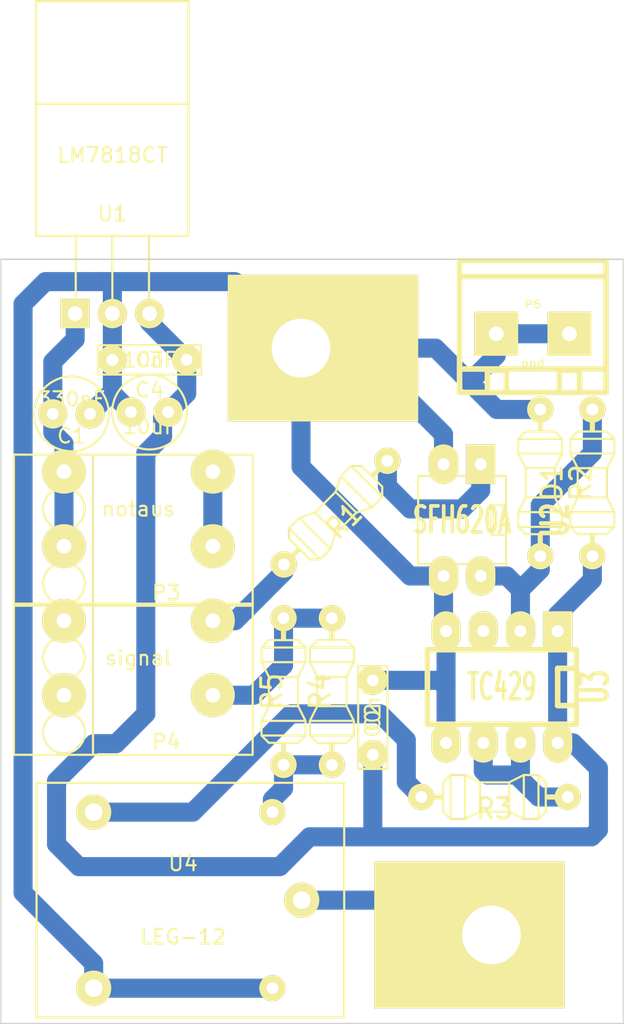
<source format=kicad_pcb>
(kicad_pcb (version 3) (host pcbnew "(2013-may-18)-stable")

  (general
    (links 40)
    (no_connects 3)
    (area 79.924999 25.869999 122.050001 98.60061)
    (thickness 1.6)
    (drawings 4)
    (tracks 113)
    (zones 0)
    (modules 19)
    (nets 12)
  )

  (page A3)
  (layers
    (15 F.Cu signal)
    (0 B.Cu signal)
    (16 B.Adhes user)
    (17 F.Adhes user)
    (18 B.Paste user)
    (19 F.Paste user)
    (20 B.SilkS user)
    (21 F.SilkS user)
    (22 B.Mask user)
    (23 F.Mask user)
    (24 Dwgs.User user)
    (25 Cmts.User user)
    (26 Eco1.User user)
    (27 Eco2.User user)
    (28 Edge.Cuts user)
  )

  (setup
    (last_trace_width 1.3)
    (trace_clearance 0.4)
    (zone_clearance 1)
    (zone_45_only no)
    (trace_min 0.254)
    (segment_width 0.2)
    (edge_width 0.1)
    (via_size 2)
    (via_drill 0.8)
    (via_min_size 0.889)
    (via_min_drill 0.508)
    (uvia_size 0.508)
    (uvia_drill 0.127)
    (uvias_allowed no)
    (uvia_min_size 0.508)
    (uvia_min_drill 0.127)
    (pcb_text_width 0.3)
    (pcb_text_size 1.5 1.5)
    (mod_edge_width 0.15)
    (mod_text_size 1 1)
    (mod_text_width 0.15)
    (pad_size 2 2)
    (pad_drill 0.8)
    (pad_to_mask_clearance 0)
    (aux_axis_origin 0 0)
    (visible_elements FFFFFFBF)
    (pcbplotparams
      (layerselection 268435457)
      (usegerberextensions true)
      (excludeedgelayer true)
      (linewidth 0.150000)
      (plotframeref false)
      (viasonmask false)
      (mode 1)
      (useauxorigin false)
      (hpglpennumber 1)
      (hpglpenspeed 20)
      (hpglpendiameter 15)
      (hpglpenoverlay 2)
      (psnegative false)
      (psa4output false)
      (plotreference true)
      (plotvalue true)
      (plotothertext true)
      (plotinvisibletext false)
      (padsonsilk false)
      (subtractmaskfromsilk false)
      (outputformat 1)
      (mirror false)
      (drillshape 0)
      (scaleselection 1)
      (outputdirectory ""))
  )

  (net 0 "")
  (net 1 +24V)
  (net 2 /notaus)
  (net 3 GND)
  (net 4 N-000001)
  (net 5 N-0000012)
  (net 6 N-000003)
  (net 7 N-000004)
  (net 8 N-000005)
  (net 9 N-000006)
  (net 10 N-000009)
  (net 11 VDD)

  (net_class Default "This is the default net class."
    (clearance 0.4)
    (trace_width 1.3)
    (via_dia 2)
    (via_drill 0.8)
    (uvia_dia 0.508)
    (uvia_drill 0.127)
    (add_net "")
    (add_net +24V)
    (add_net /notaus)
    (add_net GND)
    (add_net N-000001)
    (add_net N-0000012)
    (add_net N-000003)
    (add_net N-000004)
    (add_net N-000005)
    (add_net N-000006)
    (add_net N-000009)
    (add_net VDD)
  )

  (module R10_big (layer F.Cu) (tedit 54E23B9A) (tstamp 554C741D)
    (at 40.386 15.24 90)
    (tags R)
    (path /55301227)
    (autoplace_cost180 10)
    (fp_text reference R2 (at 0 -0.8 90) (layer F.SilkS)
      (effects (font (size 1.397 1.27) (thickness 0.2032)))
    )
    (fp_text value 4k7 (at 0 0.8 90) (layer F.SilkS) hide
      (effects (font (size 1.397 1.27) (thickness 0.2032)))
    )
    (fp_line (start -3.5 0) (end -5 0) (layer F.SilkS) (width 0.15))
    (fp_line (start -3.5 -0.1) (end -5 -0.1) (layer F.SilkS) (width 0.15))
    (fp_line (start -5 -0.1) (end -5 0.1) (layer F.SilkS) (width 0.15))
    (fp_line (start -5 0.1) (end -3.5 0.1) (layer F.SilkS) (width 0.15))
    (fp_line (start 3.5 0) (end 5 0) (layer F.SilkS) (width 0.15))
    (fp_line (start 3.5 -0.1) (end 5 -0.1) (layer F.SilkS) (width 0.15))
    (fp_line (start 5 -0.1) (end 5 0.1) (layer F.SilkS) (width 0.15))
    (fp_line (start 5 0.1) (end 3.5 0.1) (layer F.SilkS) (width 0.15))
    (fp_line (start -1 -1) (end -1 1) (layer F.SilkS) (width 0.15))
    (fp_line (start -2 -1.5) (end -2 1.5) (layer F.SilkS) (width 0.15))
    (fp_line (start 1 -1) (end 1 1) (layer F.SilkS) (width 0.15))
    (fp_line (start 2 -1.5) (end 2 1.5) (layer F.SilkS) (width 0.15))
    (fp_line (start 3 1.5) (end 2 1.5) (layer F.SilkS) (width 0.15))
    (fp_line (start 2 1.5) (end 1 1) (layer F.SilkS) (width 0.15))
    (fp_line (start 1 1) (end -1 1) (layer F.SilkS) (width 0.15))
    (fp_line (start -1 1) (end -2 1.5) (layer F.SilkS) (width 0.15))
    (fp_line (start -2 1.5) (end -3 1.5) (layer F.SilkS) (width 0.15))
    (fp_line (start -3 -1.5) (end -2 -1.5) (layer F.SilkS) (width 0.15))
    (fp_line (start -2 -1.5) (end -1 -1) (layer F.SilkS) (width 0.15))
    (fp_line (start -1 -1) (end 1 -1) (layer F.SilkS) (width 0.15))
    (fp_line (start 1 -1) (end 2 -1.5) (layer F.SilkS) (width 0.15))
    (fp_line (start 2 -1.5) (end 3 -1.5) (layer F.SilkS) (width 0.15))
    (fp_line (start 3 1.5) (end 3.5 1) (layer F.SilkS) (width 0.15))
    (fp_line (start 3.5 1) (end 3.5 -1) (layer F.SilkS) (width 0.15))
    (fp_line (start 3.5 -1) (end 3 -1.5) (layer F.SilkS) (width 0.15))
    (fp_line (start 3 -1.5) (end 3 1.5) (layer F.SilkS) (width 0.15))
    (fp_line (start -3 1.5) (end -3 -1.5) (layer F.SilkS) (width 0.15))
    (fp_line (start -3 -1.5) (end -3.5 -1) (layer F.SilkS) (width 0.15))
    (fp_line (start -3.5 -1) (end -3.5 1) (layer F.SilkS) (width 0.15))
    (fp_line (start -3.5 1) (end -3 1.5) (layer F.SilkS) (width 0.15))
    (pad 1 thru_hole circle (at -5 0 90) (size 1.8 1.8) (drill 0.8)
      (layers *.Cu *.Mask F.SilkS)
      (net 11 VDD)
    )
    (pad 2 thru_hole circle (at 5 0 90) (size 1.8 1.8) (drill 0.8)
      (layers *.Cu *.Mask F.SilkS)
      (net 10 N-000009)
    )
    (model discret/resistor.wrl
      (at (xyz 0 0 0))
      (scale (xyz 0.5 0.5 0.5))
      (rotate (xyz 0 0 0))
    )
  )

  (module R10_big (layer F.Cu) (tedit 54E23B9A) (tstamp 554C7441)
    (at 22.86 17.272 225)
    (tags R)
    (path /5530139B)
    (autoplace_cost180 10)
    (fp_text reference R1 (at 0 -0.8 225) (layer F.SilkS)
      (effects (font (size 1.397 1.27) (thickness 0.2032)))
    )
    (fp_text value R (at 0 0.8 225) (layer F.SilkS) hide
      (effects (font (size 1.397 1.27) (thickness 0.2032)))
    )
    (fp_line (start -3.5 0) (end -5 0) (layer F.SilkS) (width 0.15))
    (fp_line (start -3.5 -0.1) (end -5 -0.1) (layer F.SilkS) (width 0.15))
    (fp_line (start -5 -0.1) (end -5 0.1) (layer F.SilkS) (width 0.15))
    (fp_line (start -5 0.1) (end -3.5 0.1) (layer F.SilkS) (width 0.15))
    (fp_line (start 3.5 0) (end 5 0) (layer F.SilkS) (width 0.15))
    (fp_line (start 3.5 -0.1) (end 5 -0.1) (layer F.SilkS) (width 0.15))
    (fp_line (start 5 -0.1) (end 5 0.1) (layer F.SilkS) (width 0.15))
    (fp_line (start 5 0.1) (end 3.5 0.1) (layer F.SilkS) (width 0.15))
    (fp_line (start -1 -1) (end -1 1) (layer F.SilkS) (width 0.15))
    (fp_line (start -2 -1.5) (end -2 1.5) (layer F.SilkS) (width 0.15))
    (fp_line (start 1 -1) (end 1 1) (layer F.SilkS) (width 0.15))
    (fp_line (start 2 -1.5) (end 2 1.5) (layer F.SilkS) (width 0.15))
    (fp_line (start 3 1.5) (end 2 1.5) (layer F.SilkS) (width 0.15))
    (fp_line (start 2 1.5) (end 1 1) (layer F.SilkS) (width 0.15))
    (fp_line (start 1 1) (end -1 1) (layer F.SilkS) (width 0.15))
    (fp_line (start -1 1) (end -2 1.5) (layer F.SilkS) (width 0.15))
    (fp_line (start -2 1.5) (end -3 1.5) (layer F.SilkS) (width 0.15))
    (fp_line (start -3 -1.5) (end -2 -1.5) (layer F.SilkS) (width 0.15))
    (fp_line (start -2 -1.5) (end -1 -1) (layer F.SilkS) (width 0.15))
    (fp_line (start -1 -1) (end 1 -1) (layer F.SilkS) (width 0.15))
    (fp_line (start 1 -1) (end 2 -1.5) (layer F.SilkS) (width 0.15))
    (fp_line (start 2 -1.5) (end 3 -1.5) (layer F.SilkS) (width 0.15))
    (fp_line (start 3 1.5) (end 3.5 1) (layer F.SilkS) (width 0.15))
    (fp_line (start 3.5 1) (end 3.5 -1) (layer F.SilkS) (width 0.15))
    (fp_line (start 3.5 -1) (end 3 -1.5) (layer F.SilkS) (width 0.15))
    (fp_line (start 3 -1.5) (end 3 1.5) (layer F.SilkS) (width 0.15))
    (fp_line (start -3 1.5) (end -3 -1.5) (layer F.SilkS) (width 0.15))
    (fp_line (start -3 -1.5) (end -3.5 -1) (layer F.SilkS) (width 0.15))
    (fp_line (start -3.5 -1) (end -3.5 1) (layer F.SilkS) (width 0.15))
    (fp_line (start -3.5 1) (end -3 1.5) (layer F.SilkS) (width 0.15))
    (pad 1 thru_hole circle (at -5 0 225) (size 1.8 1.8) (drill 0.8)
      (layers *.Cu *.Mask F.SilkS)
      (net 5 N-0000012)
    )
    (pad 2 thru_hole circle (at 5 0 225) (size 1.8 1.8) (drill 0.8)
      (layers *.Cu *.Mask F.SilkS)
      (net 4 N-000001)
    )
    (model discret/resistor.wrl
      (at (xyz 0 0 0))
      (scale (xyz 0.5 0.5 0.5))
      (rotate (xyz 0 0 0))
    )
  )

  (module R10_big (layer F.Cu) (tedit 54E23B9A) (tstamp 554C7465)
    (at 36.83 15.24 270)
    (tags R)
    (path /5530BE66)
    (autoplace_cost180 10)
    (fp_text reference D1 (at 0 -0.8 270) (layer F.SilkS)
      (effects (font (size 1.397 1.27) (thickness 0.2032)))
    )
    (fp_text value DIODE (at 0 0.8 270) (layer F.SilkS) hide
      (effects (font (size 1.397 1.27) (thickness 0.2032)))
    )
    (fp_line (start -3.5 0) (end -5 0) (layer F.SilkS) (width 0.15))
    (fp_line (start -3.5 -0.1) (end -5 -0.1) (layer F.SilkS) (width 0.15))
    (fp_line (start -5 -0.1) (end -5 0.1) (layer F.SilkS) (width 0.15))
    (fp_line (start -5 0.1) (end -3.5 0.1) (layer F.SilkS) (width 0.15))
    (fp_line (start 3.5 0) (end 5 0) (layer F.SilkS) (width 0.15))
    (fp_line (start 3.5 -0.1) (end 5 -0.1) (layer F.SilkS) (width 0.15))
    (fp_line (start 5 -0.1) (end 5 0.1) (layer F.SilkS) (width 0.15))
    (fp_line (start 5 0.1) (end 3.5 0.1) (layer F.SilkS) (width 0.15))
    (fp_line (start -1 -1) (end -1 1) (layer F.SilkS) (width 0.15))
    (fp_line (start -2 -1.5) (end -2 1.5) (layer F.SilkS) (width 0.15))
    (fp_line (start 1 -1) (end 1 1) (layer F.SilkS) (width 0.15))
    (fp_line (start 2 -1.5) (end 2 1.5) (layer F.SilkS) (width 0.15))
    (fp_line (start 3 1.5) (end 2 1.5) (layer F.SilkS) (width 0.15))
    (fp_line (start 2 1.5) (end 1 1) (layer F.SilkS) (width 0.15))
    (fp_line (start 1 1) (end -1 1) (layer F.SilkS) (width 0.15))
    (fp_line (start -1 1) (end -2 1.5) (layer F.SilkS) (width 0.15))
    (fp_line (start -2 1.5) (end -3 1.5) (layer F.SilkS) (width 0.15))
    (fp_line (start -3 -1.5) (end -2 -1.5) (layer F.SilkS) (width 0.15))
    (fp_line (start -2 -1.5) (end -1 -1) (layer F.SilkS) (width 0.15))
    (fp_line (start -1 -1) (end 1 -1) (layer F.SilkS) (width 0.15))
    (fp_line (start 1 -1) (end 2 -1.5) (layer F.SilkS) (width 0.15))
    (fp_line (start 2 -1.5) (end 3 -1.5) (layer F.SilkS) (width 0.15))
    (fp_line (start 3 1.5) (end 3.5 1) (layer F.SilkS) (width 0.15))
    (fp_line (start 3.5 1) (end 3.5 -1) (layer F.SilkS) (width 0.15))
    (fp_line (start 3.5 -1) (end 3 -1.5) (layer F.SilkS) (width 0.15))
    (fp_line (start 3 -1.5) (end 3 1.5) (layer F.SilkS) (width 0.15))
    (fp_line (start -3 1.5) (end -3 -1.5) (layer F.SilkS) (width 0.15))
    (fp_line (start -3 -1.5) (end -3.5 -1) (layer F.SilkS) (width 0.15))
    (fp_line (start -3.5 -1) (end -3.5 1) (layer F.SilkS) (width 0.15))
    (fp_line (start -3.5 1) (end -3 1.5) (layer F.SilkS) (width 0.15))
    (pad 1 thru_hole circle (at -5 0 270) (size 1.8 1.8) (drill 0.8)
      (layers *.Cu *.Mask F.SilkS)
      (net 3 GND)
    )
    (pad 2 thru_hole circle (at 5 0 270) (size 1.8 1.8) (drill 0.8)
      (layers *.Cu *.Mask F.SilkS)
      (net 10 N-000009)
    )
    (model discret/resistor.wrl
      (at (xyz 0 0 0))
      (scale (xyz 0.5 0.5 0.5))
      (rotate (xyz 0 0 0))
    )
  )

  (module R10_big (layer F.Cu) (tedit 54E23B9A) (tstamp 554C7489)
    (at 33.707 36.655 180)
    (tags R)
    (path /5530BEDA)
    (autoplace_cost180 10)
    (fp_text reference R3 (at 0 -0.8 180) (layer F.SilkS)
      (effects (font (size 1.397 1.27) (thickness 0.2032)))
    )
    (fp_text value 0 (at 0 0.8 180) (layer F.SilkS) hide
      (effects (font (size 1.397 1.27) (thickness 0.2032)))
    )
    (fp_line (start -3.5 0) (end -5 0) (layer F.SilkS) (width 0.15))
    (fp_line (start -3.5 -0.1) (end -5 -0.1) (layer F.SilkS) (width 0.15))
    (fp_line (start -5 -0.1) (end -5 0.1) (layer F.SilkS) (width 0.15))
    (fp_line (start -5 0.1) (end -3.5 0.1) (layer F.SilkS) (width 0.15))
    (fp_line (start 3.5 0) (end 5 0) (layer F.SilkS) (width 0.15))
    (fp_line (start 3.5 -0.1) (end 5 -0.1) (layer F.SilkS) (width 0.15))
    (fp_line (start 5 -0.1) (end 5 0.1) (layer F.SilkS) (width 0.15))
    (fp_line (start 5 0.1) (end 3.5 0.1) (layer F.SilkS) (width 0.15))
    (fp_line (start -1 -1) (end -1 1) (layer F.SilkS) (width 0.15))
    (fp_line (start -2 -1.5) (end -2 1.5) (layer F.SilkS) (width 0.15))
    (fp_line (start 1 -1) (end 1 1) (layer F.SilkS) (width 0.15))
    (fp_line (start 2 -1.5) (end 2 1.5) (layer F.SilkS) (width 0.15))
    (fp_line (start 3 1.5) (end 2 1.5) (layer F.SilkS) (width 0.15))
    (fp_line (start 2 1.5) (end 1 1) (layer F.SilkS) (width 0.15))
    (fp_line (start 1 1) (end -1 1) (layer F.SilkS) (width 0.15))
    (fp_line (start -1 1) (end -2 1.5) (layer F.SilkS) (width 0.15))
    (fp_line (start -2 1.5) (end -3 1.5) (layer F.SilkS) (width 0.15))
    (fp_line (start -3 -1.5) (end -2 -1.5) (layer F.SilkS) (width 0.15))
    (fp_line (start -2 -1.5) (end -1 -1) (layer F.SilkS) (width 0.15))
    (fp_line (start -1 -1) (end 1 -1) (layer F.SilkS) (width 0.15))
    (fp_line (start 1 -1) (end 2 -1.5) (layer F.SilkS) (width 0.15))
    (fp_line (start 2 -1.5) (end 3 -1.5) (layer F.SilkS) (width 0.15))
    (fp_line (start 3 1.5) (end 3.5 1) (layer F.SilkS) (width 0.15))
    (fp_line (start 3.5 1) (end 3.5 -1) (layer F.SilkS) (width 0.15))
    (fp_line (start 3.5 -1) (end 3 -1.5) (layer F.SilkS) (width 0.15))
    (fp_line (start 3 -1.5) (end 3 1.5) (layer F.SilkS) (width 0.15))
    (fp_line (start -3 1.5) (end -3 -1.5) (layer F.SilkS) (width 0.15))
    (fp_line (start -3 -1.5) (end -3.5 -1) (layer F.SilkS) (width 0.15))
    (fp_line (start -3.5 -1) (end -3.5 1) (layer F.SilkS) (width 0.15))
    (fp_line (start -3.5 1) (end -3 1.5) (layer F.SilkS) (width 0.15))
    (pad 1 thru_hole circle (at -5 0 180) (size 1.8 1.8) (drill 0.8)
      (layers *.Cu *.Mask F.SilkS)
      (net 8 N-000005)
    )
    (pad 2 thru_hole circle (at 5 0 180) (size 1.8 1.8) (drill 0.8)
      (layers *.Cu *.Mask F.SilkS)
      (net 9 N-000006)
    )
    (model discret/resistor.wrl
      (at (xyz 0 0 0))
      (scale (xyz 0.5 0.5 0.5))
      (rotate (xyz 0 0 0))
    )
  )

  (module M4_pad (layer F.Cu) (tedit 554C72B3) (tstamp 554C748E)
    (at 33.498 46.058 180)
    (path /554C6EDF)
    (fp_text reference P1 (at 0 -4 180) (layer F.SilkS)
      (effects (font (size 1 1) (thickness 0.15)))
    )
    (fp_text value Gate (at 0 4 180) (layer F.SilkS)
      (effects (font (size 1 1) (thickness 0.15)))
    )
    (pad 1 thru_hole rect (at 0 0 180) (size 13 10) (drill 4 (offset 1.5 0))
      (layers *.Cu *.Mask F.SilkS)
      (net 6 N-000003)
      (clearance 1)
    )
  )

  (module M4_pad (layer F.Cu) (tedit 554C72B3) (tstamp 554C7493)
    (at 20.498 6.058)
    (path /554C6EF6)
    (fp_text reference P2 (at 0 -4) (layer F.SilkS)
      (effects (font (size 1 1) (thickness 0.15)))
    )
    (fp_text value Emmitter (at 0 4) (layer F.SilkS)
      (effects (font (size 1 1) (thickness 0.15)))
    )
    (pad 1 thru_hole rect (at 0 0) (size 13 10) (drill 4 (offset 1.5 0))
      (layers *.Cu *.Mask F.SilkS)
      (net 3 GND)
      (clearance 1)
    )
  )

  (module lm7805_lying (layer F.Cu) (tedit 555458F8) (tstamp 554C74A3)
    (at 7.62 -14.097)
    (path /55301289)
    (fp_text reference U1 (at 0 11) (layer F.SilkS)
      (effects (font (size 1 1) (thickness 0.15)))
    )
    (fp_text value LM7818CT (at 0 7) (layer F.SilkS)
      (effects (font (size 1 1) (thickness 0.15)))
    )
    (fp_line (start 2.5 12.5) (end 2.5 17.5) (layer F.SilkS) (width 0.15))
    (fp_line (start 0 12.5) (end 0 17.5) (layer F.SilkS) (width 0.15))
    (fp_line (start -2.5 12.5) (end -2.5 17.5) (layer F.SilkS) (width 0.15))
    (fp_line (start 5.2 3.5) (end -5.2 3.5) (layer F.SilkS) (width 0.15))
    (fp_line (start 5.2 12.5) (end 5.2 -3.5) (layer F.SilkS) (width 0.15))
    (fp_line (start 5.2 -3.5) (end -5.2 -3.5) (layer F.SilkS) (width 0.15))
    (fp_line (start -5.2 -3.5) (end -5.2 12.5) (layer F.SilkS) (width 0.15))
    (fp_line (start -5.2 12.5) (end 5.2 12.5) (layer F.SilkS) (width 0.15))
    (pad 2 thru_hole oval (at 0 17.8) (size 2 2) (drill 1)
      (layers *.Cu *.Mask F.SilkS)
      (net 3 GND)
    )
    (pad 1 thru_hole trapezoid (at -2.54 17.8) (size 2 2) (drill 1)
      (layers *.Cu *.Mask F.SilkS)
      (net 1 +24V)
    )
    (pad 3 thru_hole oval (at 2.54 17.8) (size 2 2) (drill 1)
      (layers *.Cu *.Mask F.SilkS)
      (net 11 VDD)
    )
  )

  (module DIP-8__300_big (layer F.Cu) (tedit 554C700F) (tstamp 554C74CF)
    (at 34.207 29.155 180)
    (descr "8 pins DIL package, elliptical pads")
    (tags DIL)
    (path /55301172)
    (fp_text reference U3 (at -6.35 0 270) (layer F.SilkS)
      (effects (font (size 1.778 1.143) (thickness 0.3048)))
    )
    (fp_text value TC429 (at 0 0 180) (layer F.SilkS)
      (effects (font (size 1.778 1.016) (thickness 0.254)))
    )
    (fp_line (start -5.08 -1.27) (end -3.81 -1.27) (layer F.SilkS) (width 0.381))
    (fp_line (start -3.81 -1.27) (end -3.81 1.27) (layer F.SilkS) (width 0.381))
    (fp_line (start -3.81 1.27) (end -5.08 1.27) (layer F.SilkS) (width 0.381))
    (fp_line (start -5.08 -2.54) (end 5.08 -2.54) (layer F.SilkS) (width 0.381))
    (fp_line (start 5.08 -2.54) (end 5.08 2.54) (layer F.SilkS) (width 0.381))
    (fp_line (start 5.08 2.54) (end -5.08 2.54) (layer F.SilkS) (width 0.381))
    (fp_line (start -5.08 2.54) (end -5.08 -2.54) (layer F.SilkS) (width 0.381))
    (pad 1 thru_hole rect (at -3.81 3.81 180) (size 2 2.7) (drill 0.8128)
      (layers *.Cu *.Mask F.SilkS)
      (net 11 VDD)
    )
    (pad 2 thru_hole oval (at -1.27 3.81 180) (size 2 2.7) (drill 0.8128)
      (layers *.Cu *.Mask F.SilkS)
      (net 10 N-000009)
    )
    (pad 3 thru_hole oval (at 1.27 3.81 180) (size 2 2.7) (drill 0.8128)
      (layers *.Cu *.Mask F.SilkS)
    )
    (pad 4 thru_hole oval (at 3.81 3.81 180) (size 2 2.7) (drill 0.8128)
      (layers *.Cu *.Mask F.SilkS)
      (net 3 GND)
    )
    (pad 5 thru_hole oval (at 3.81 -3.81 180) (size 2 2.7) (drill 0.8128)
      (layers *.Cu *.Mask F.SilkS)
      (net 3 GND)
    )
    (pad 6 thru_hole oval (at 1.27 -3.81 180) (size 2 2.7) (drill 0.8128)
      (layers *.Cu *.Mask F.SilkS)
      (net 8 N-000005)
    )
    (pad 7 thru_hole oval (at -1.27 -3.81 180) (size 2 2.7) (drill 0.8128)
      (layers *.Cu *.Mask F.SilkS)
      (net 8 N-000005)
    )
    (pad 8 thru_hole oval (at -3.81 -3.81 180) (size 2 2.7) (drill 0.8128)
      (layers *.Cu *.Mask F.SilkS)
      (net 11 VDD)
    )
    (model dil/dil_8.wrl
      (at (xyz 0 0 0))
      (scale (xyz 1 1 1))
      (rotate (xyz 0 0 0))
    )
  )

  (module DIP-4__300_big (layer F.Cu) (tedit 554C70E2) (tstamp 554C74DE)
    (at 31.496 17.78 180)
    (descr "8 pins DIL package, elliptical pads")
    (tags DIL)
    (path /55301181)
    (fp_text reference U2 (at -6.35 0 270) (layer F.SilkS)
      (effects (font (size 1.778 1.143) (thickness 0.3048)))
    )
    (fp_text value SFH620A (at 0 0 180) (layer F.SilkS)
      (effects (font (size 1.778 1.016) (thickness 0.254)))
    )
    (fp_line (start -3 -1) (end -2 -1) (layer F.SilkS) (width 0.15))
    (fp_line (start -2 -1) (end -2 1) (layer F.SilkS) (width 0.15))
    (fp_line (start -2 1) (end -3 1) (layer F.SilkS) (width 0.15))
    (fp_line (start 3 -3) (end -3 -3) (layer F.SilkS) (width 0.15))
    (fp_line (start -3 -3) (end -3 3) (layer F.SilkS) (width 0.15))
    (fp_line (start -3 3) (end 3 3) (layer F.SilkS) (width 0.15))
    (fp_line (start 3 3) (end 3 -3) (layer F.SilkS) (width 0.15))
    (pad 1 thru_hole rect (at -1.27 3.81 180) (size 2 2.7) (drill 0.8128)
      (layers *.Cu *.Mask F.SilkS)
      (net 5 N-0000012)
    )
    (pad 2 thru_hole oval (at 1.27 3.81 180) (size 2 2.7) (drill 0.8128)
      (layers *.Cu *.Mask F.SilkS)
      (net 3 GND)
    )
    (pad 3 thru_hole oval (at 1.27 -3.81 180) (size 2 2.7) (drill 0.8128)
      (layers *.Cu *.Mask F.SilkS)
      (net 3 GND)
    )
    (pad 4 thru_hole oval (at -1.27 -3.81 180) (size 2 2.7) (drill 0.8128)
      (layers *.Cu *.Mask F.SilkS)
      (net 10 N-000009)
    )
    (model dil/dil_8.wrl
      (at (xyz 0 0 0))
      (scale (xyz 1 1 1))
      (rotate (xyz 0 0 0))
    )
  )

  (module R10_big (layer F.Cu) (tedit 54E23B9A) (tstamp 554CA214)
    (at 22.606 29.464 90)
    (tags R)
    (path /554CA20E)
    (autoplace_cost180 10)
    (fp_text reference R4 (at 0 -0.8 90) (layer F.SilkS)
      (effects (font (size 1.397 1.27) (thickness 0.2032)))
    )
    (fp_text value 400 (at 0 0.8 90) (layer F.SilkS) hide
      (effects (font (size 1.397 1.27) (thickness 0.2032)))
    )
    (fp_line (start -3.5 0) (end -5 0) (layer F.SilkS) (width 0.15))
    (fp_line (start -3.5 -0.1) (end -5 -0.1) (layer F.SilkS) (width 0.15))
    (fp_line (start -5 -0.1) (end -5 0.1) (layer F.SilkS) (width 0.15))
    (fp_line (start -5 0.1) (end -3.5 0.1) (layer F.SilkS) (width 0.15))
    (fp_line (start 3.5 0) (end 5 0) (layer F.SilkS) (width 0.15))
    (fp_line (start 3.5 -0.1) (end 5 -0.1) (layer F.SilkS) (width 0.15))
    (fp_line (start 5 -0.1) (end 5 0.1) (layer F.SilkS) (width 0.15))
    (fp_line (start 5 0.1) (end 3.5 0.1) (layer F.SilkS) (width 0.15))
    (fp_line (start -1 -1) (end -1 1) (layer F.SilkS) (width 0.15))
    (fp_line (start -2 -1.5) (end -2 1.5) (layer F.SilkS) (width 0.15))
    (fp_line (start 1 -1) (end 1 1) (layer F.SilkS) (width 0.15))
    (fp_line (start 2 -1.5) (end 2 1.5) (layer F.SilkS) (width 0.15))
    (fp_line (start 3 1.5) (end 2 1.5) (layer F.SilkS) (width 0.15))
    (fp_line (start 2 1.5) (end 1 1) (layer F.SilkS) (width 0.15))
    (fp_line (start 1 1) (end -1 1) (layer F.SilkS) (width 0.15))
    (fp_line (start -1 1) (end -2 1.5) (layer F.SilkS) (width 0.15))
    (fp_line (start -2 1.5) (end -3 1.5) (layer F.SilkS) (width 0.15))
    (fp_line (start -3 -1.5) (end -2 -1.5) (layer F.SilkS) (width 0.15))
    (fp_line (start -2 -1.5) (end -1 -1) (layer F.SilkS) (width 0.15))
    (fp_line (start -1 -1) (end 1 -1) (layer F.SilkS) (width 0.15))
    (fp_line (start 1 -1) (end 2 -1.5) (layer F.SilkS) (width 0.15))
    (fp_line (start 2 -1.5) (end 3 -1.5) (layer F.SilkS) (width 0.15))
    (fp_line (start 3 1.5) (end 3.5 1) (layer F.SilkS) (width 0.15))
    (fp_line (start 3.5 1) (end 3.5 -1) (layer F.SilkS) (width 0.15))
    (fp_line (start 3.5 -1) (end 3 -1.5) (layer F.SilkS) (width 0.15))
    (fp_line (start 3 -1.5) (end 3 1.5) (layer F.SilkS) (width 0.15))
    (fp_line (start -3 1.5) (end -3 -1.5) (layer F.SilkS) (width 0.15))
    (fp_line (start -3 -1.5) (end -3.5 -1) (layer F.SilkS) (width 0.15))
    (fp_line (start -3.5 -1) (end -3.5 1) (layer F.SilkS) (width 0.15))
    (fp_line (start -3.5 1) (end -3 1.5) (layer F.SilkS) (width 0.15))
    (pad 1 thru_hole circle (at -5 0 90) (size 1.8 1.8) (drill 0.8)
      (layers *.Cu *.Mask F.SilkS)
      (net 7 N-000004)
    )
    (pad 2 thru_hole circle (at 5 0 90) (size 1.8 1.8) (drill 0.8)
      (layers *.Cu *.Mask F.SilkS)
      (net 2 /notaus)
    )
    (model discret/resistor.wrl
      (at (xyz 0 0 0))
      (scale (xyz 0.5 0.5 0.5))
      (rotate (xyz 0 0 0))
    )
  )

  (module LEG-12 (layer F.Cu) (tedit 554CADCD) (tstamp 554CAE03)
    (at 12.446 43.688 180)
    (path /554CA0E3)
    (fp_text reference U4 (at 0 2.5 180) (layer F.SilkS)
      (effects (font (size 1 1) (thickness 0.15)))
    )
    (fp_text value LEG-12 (at 0 -2.5 180) (layer F.SilkS)
      (effects (font (size 1 1) (thickness 0.15)))
    )
    (fp_line (start 10 -8) (end 10 8) (layer F.SilkS) (width 0.15))
    (fp_line (start 10 8) (end -11 8) (layer F.SilkS) (width 0.15))
    (fp_line (start -11 8) (end -11 -8) (layer F.SilkS) (width 0.15))
    (fp_line (start -11 -8) (end 10 -8) (layer F.SilkS) (width 0.15))
    (pad 1 thru_hole circle (at -6.1 -6 180) (size 1.8 1.8) (drill 0.8)
      (layers *.Cu *.Mask F.SilkS)
      (net 3 GND)
    )
    (pad 5 thru_hole circle (at 6.1 -6 180) (size 2.4 2.4) (drill 1.2)
      (layers *.Cu *.Mask F.SilkS)
      (net 3 GND)
    )
    (pad 4 thru_hole circle (at 6.1 6 180) (size 2.4 2.4) (drill 1.2)
      (layers *.Cu *.Mask F.SilkS)
      (net 9 N-000006)
    )
    (pad 2 thru_hole circle (at -6.1 6 180) (size 1.8 1.8) (drill 0.8)
      (layers *.Cu *.Mask F.SilkS)
      (net 7 N-000004)
    )
    (pad 3 thru_hole circle (at -8.1 0 180) (size 2.4 2.4) (drill 1.2)
      (layers *.Cu *.Mask F.SilkS)
      (net 6 N-000003)
    )
  )

  (module R10_big (layer F.Cu) (tedit 54E23B9A) (tstamp 554CE282)
    (at 19.304 29.464 90)
    (tags R)
    (path /554CE234)
    (autoplace_cost180 10)
    (fp_text reference R5 (at 0 -0.8 90) (layer F.SilkS)
      (effects (font (size 1.397 1.27) (thickness 0.2032)))
    )
    (fp_text value 400 (at 0 0.8 90) (layer F.SilkS) hide
      (effects (font (size 1.397 1.27) (thickness 0.2032)))
    )
    (fp_line (start -3.5 0) (end -5 0) (layer F.SilkS) (width 0.15))
    (fp_line (start -3.5 -0.1) (end -5 -0.1) (layer F.SilkS) (width 0.15))
    (fp_line (start -5 -0.1) (end -5 0.1) (layer F.SilkS) (width 0.15))
    (fp_line (start -5 0.1) (end -3.5 0.1) (layer F.SilkS) (width 0.15))
    (fp_line (start 3.5 0) (end 5 0) (layer F.SilkS) (width 0.15))
    (fp_line (start 3.5 -0.1) (end 5 -0.1) (layer F.SilkS) (width 0.15))
    (fp_line (start 5 -0.1) (end 5 0.1) (layer F.SilkS) (width 0.15))
    (fp_line (start 5 0.1) (end 3.5 0.1) (layer F.SilkS) (width 0.15))
    (fp_line (start -1 -1) (end -1 1) (layer F.SilkS) (width 0.15))
    (fp_line (start -2 -1.5) (end -2 1.5) (layer F.SilkS) (width 0.15))
    (fp_line (start 1 -1) (end 1 1) (layer F.SilkS) (width 0.15))
    (fp_line (start 2 -1.5) (end 2 1.5) (layer F.SilkS) (width 0.15))
    (fp_line (start 3 1.5) (end 2 1.5) (layer F.SilkS) (width 0.15))
    (fp_line (start 2 1.5) (end 1 1) (layer F.SilkS) (width 0.15))
    (fp_line (start 1 1) (end -1 1) (layer F.SilkS) (width 0.15))
    (fp_line (start -1 1) (end -2 1.5) (layer F.SilkS) (width 0.15))
    (fp_line (start -2 1.5) (end -3 1.5) (layer F.SilkS) (width 0.15))
    (fp_line (start -3 -1.5) (end -2 -1.5) (layer F.SilkS) (width 0.15))
    (fp_line (start -2 -1.5) (end -1 -1) (layer F.SilkS) (width 0.15))
    (fp_line (start -1 -1) (end 1 -1) (layer F.SilkS) (width 0.15))
    (fp_line (start 1 -1) (end 2 -1.5) (layer F.SilkS) (width 0.15))
    (fp_line (start 2 -1.5) (end 3 -1.5) (layer F.SilkS) (width 0.15))
    (fp_line (start 3 1.5) (end 3.5 1) (layer F.SilkS) (width 0.15))
    (fp_line (start 3.5 1) (end 3.5 -1) (layer F.SilkS) (width 0.15))
    (fp_line (start 3.5 -1) (end 3 -1.5) (layer F.SilkS) (width 0.15))
    (fp_line (start 3 -1.5) (end 3 1.5) (layer F.SilkS) (width 0.15))
    (fp_line (start -3 1.5) (end -3 -1.5) (layer F.SilkS) (width 0.15))
    (fp_line (start -3 -1.5) (end -3.5 -1) (layer F.SilkS) (width 0.15))
    (fp_line (start -3.5 -1) (end -3.5 1) (layer F.SilkS) (width 0.15))
    (fp_line (start -3.5 1) (end -3 1.5) (layer F.SilkS) (width 0.15))
    (pad 1 thru_hole circle (at -5 0 90) (size 1.8 1.8) (drill 0.8)
      (layers *.Cu *.Mask F.SilkS)
      (net 7 N-000004)
    )
    (pad 2 thru_hole circle (at 5 0 90) (size 1.8 1.8) (drill 0.8)
      (layers *.Cu *.Mask F.SilkS)
      (net 2 /notaus)
    )
    (model discret/resistor.wrl
      (at (xyz 0 0 0))
      (scale (xyz 0.5 0.5 0.5))
      (rotate (xyz 0 0 0))
    )
  )

  (module MFKDSP-2 (layer F.Cu) (tedit 55545314) (tstamp 555453AE)
    (at 9.398 17.018)
    (path /55544DE8)
    (fp_text reference P3 (at 1.905 5.715) (layer F.SilkS)
      (effects (font (size 1 1) (thickness 0.15)))
    )
    (fp_text value notaus (at 0 0) (layer F.SilkS)
      (effects (font (size 1 1) (thickness 0.15)))
    )
    (fp_line (start -3.1 4.7) (end -3.1 6.6) (layer F.SilkS) (width 0.15))
    (fp_circle (center -5.08 5.08) (end -3.81 5.715) (layer F.SilkS) (width 0.15))
    (fp_circle (center -5.08 0) (end -4.445 1.27) (layer F.SilkS) (width 0.15))
    (fp_line (start -8.5 4.7) (end -8.5 6.6) (layer F.SilkS) (width 0.15))
    (fp_line (start 7.8 6.6) (end 7.8 4.7) (layer F.SilkS) (width 0.15))
    (fp_line (start -8.5 6.6) (end 7.8 6.6) (layer F.SilkS) (width 0.15))
    (fp_line (start -3.1 -3.7) (end -3.1 4.7) (layer F.SilkS) (width 0.15))
    (fp_line (start 7.8 -3.7) (end 7.8 4.7) (layer F.SilkS) (width 0.15))
    (fp_line (start -8.5 4.7) (end -8.5 -3.7) (layer F.SilkS) (width 0.15))
    (fp_line (start -8.5 -3.7) (end 7.8 -3.7) (layer F.SilkS) (width 0.15))
    (pad 1 thru_hole circle (at -5.08 -2.54) (size 3 3) (drill 1)
      (layers *.Cu *.Mask F.SilkS)
      (net 1 +24V)
    )
    (pad 2 thru_hole circle (at -5.08 2.54) (size 3 3) (drill 1)
      (layers *.Cu *.Mask F.SilkS)
      (net 1 +24V)
    )
    (pad 2 thru_hole circle (at 5.08 2.54) (size 3 3) (drill 1)
      (layers *.Cu *.Mask F.SilkS)
      (net 1 +24V)
    )
    (pad 1 thru_hole circle (at 5.08 -2.54) (size 3 3) (drill 1)
      (layers *.Cu *.Mask F.SilkS)
      (net 1 +24V)
    )
  )

  (module MFKDSP-2 (layer F.Cu) (tedit 55545314) (tstamp 555453C0)
    (at 9.398 27.178)
    (path /55544E99)
    (fp_text reference P4 (at 1.905 5.715) (layer F.SilkS)
      (effects (font (size 1 1) (thickness 0.15)))
    )
    (fp_text value signal (at 0 0) (layer F.SilkS)
      (effects (font (size 1 1) (thickness 0.15)))
    )
    (fp_line (start -3.1 4.7) (end -3.1 6.6) (layer F.SilkS) (width 0.15))
    (fp_circle (center -5.08 5.08) (end -3.81 5.715) (layer F.SilkS) (width 0.15))
    (fp_circle (center -5.08 0) (end -4.445 1.27) (layer F.SilkS) (width 0.15))
    (fp_line (start -8.5 4.7) (end -8.5 6.6) (layer F.SilkS) (width 0.15))
    (fp_line (start 7.8 6.6) (end 7.8 4.7) (layer F.SilkS) (width 0.15))
    (fp_line (start -8.5 6.6) (end 7.8 6.6) (layer F.SilkS) (width 0.15))
    (fp_line (start -3.1 -3.7) (end -3.1 4.7) (layer F.SilkS) (width 0.15))
    (fp_line (start 7.8 -3.7) (end 7.8 4.7) (layer F.SilkS) (width 0.15))
    (fp_line (start -8.5 4.7) (end -8.5 -3.7) (layer F.SilkS) (width 0.15))
    (fp_line (start -8.5 -3.7) (end 7.8 -3.7) (layer F.SilkS) (width 0.15))
    (pad 1 thru_hole circle (at -5.08 -2.54) (size 3 3) (drill 1)
      (layers *.Cu *.Mask F.SilkS)
      (net 4 N-000001)
    )
    (pad 2 thru_hole circle (at -5.08 2.54) (size 3 3) (drill 1)
      (layers *.Cu *.Mask F.SilkS)
      (net 2 /notaus)
    )
    (pad 2 thru_hole circle (at 5.08 2.54) (size 3 3) (drill 1)
      (layers *.Cu *.Mask F.SilkS)
      (net 2 /notaus)
    )
    (pad 1 thru_hole circle (at 5.08 -2.54) (size 3 3) (drill 1)
      (layers *.Cu *.Mask F.SilkS)
      (net 4 N-000001)
    )
  )

  (module LeiterplattenKlemme2_5RM_1mmhole (layer F.Cu) (tedit 54E4C702) (tstamp 55545B6B)
    (at 36.322 5.08)
    (path /55545B24)
    (fp_text reference P5 (at 0 -1.99898) (layer F.SilkS)
      (effects (font (size 0.50038 0.59944) (thickness 0.09906)))
    )
    (fp_text value gnd (at 0 1.99898) (layer F.SilkS)
      (effects (font (size 0.50038 0.59944) (thickness 0.09906)))
    )
    (fp_line (start -5.00126 -3.8989) (end 5.00126 -3.8989) (layer F.SilkS) (width 0.381))
    (fp_line (start -5.00126 2.4003) (end 5.00126 2.4003) (layer F.SilkS) (width 0.381))
    (fp_line (start 1.80086 4.0005) (end 1.80086 2.49936) (layer F.SilkS) (width 0.381))
    (fp_line (start 1.80086 2.49936) (end 3.2004 2.49936) (layer F.SilkS) (width 0.381))
    (fp_line (start 3.2004 2.49936) (end 3.2004 4.0005) (layer F.SilkS) (width 0.381))
    (fp_line (start -3.0988 4.0005) (end -3.0988 2.49936) (layer F.SilkS) (width 0.381))
    (fp_line (start -3.0988 2.49936) (end -1.80086 2.49936) (layer F.SilkS) (width 0.381))
    (fp_line (start -1.80086 2.49936) (end -1.80086 4.0005) (layer F.SilkS) (width 0.381))
    (fp_line (start -5.00126 4.0005) (end 5.00126 4.0005) (layer F.SilkS) (width 0.381))
    (fp_line (start 5.00126 4.0005) (end 5.00126 -5.00126) (layer F.SilkS) (width 0.381))
    (fp_line (start 5.00126 -5.00126) (end -5.00126 -5.00126) (layer F.SilkS) (width 0.381))
    (fp_line (start -5.00126 -5.00126) (end -5.00126 4.0005) (layer F.SilkS) (width 0.381))
    (pad 1 thru_hole rect (at 2.49936 0) (size 2.99974 2.99974) (drill 1)
      (layers *.Cu *.Mask F.SilkS)
      (net 3 GND)
    )
    (pad 2 thru_hole rect (at -2.49936 0) (size 2.99974 2.99974) (drill 1)
      (layers *.Cu *.Mask F.SilkS)
      (net 3 GND)
    )
  )

  (module C_rund (layer F.Cu) (tedit 55545E64) (tstamp 55545F8A)
    (at 10.16 10.414 180)
    (path /5530155F)
    (fp_text reference C4 (at 0 1.5 180) (layer F.SilkS)
      (effects (font (size 1 1) (thickness 0.15)))
    )
    (fp_text value 10uF (at 0 -1 180) (layer F.SilkS)
      (effects (font (size 1 1) (thickness 0.15)))
    )
    (fp_circle (center 0 0) (end 2.5 0.5) (layer F.SilkS) (width 0.15))
    (pad 1 thru_hole circle (at -1.27 0 180) (size 2 2) (drill 0.8)
      (layers *.Cu *.Mask F.SilkS)
      (net 11 VDD)
    )
    (pad 2 thru_hole circle (at 1.27 0 180) (size 2 2) (drill 0.8)
      (layers *.Cu *.Mask F.SilkS)
      (net 3 GND)
    )
  )

  (module C_rund (layer F.Cu) (tedit 55545E64) (tstamp 55545F91)
    (at 4.826 10.541)
    (path /554C6DB1)
    (fp_text reference C1 (at 0 1.5) (layer F.SilkS)
      (effects (font (size 1 1) (thickness 0.15)))
    )
    (fp_text value 330nF (at 0 -1) (layer F.SilkS)
      (effects (font (size 1 1) (thickness 0.15)))
    )
    (fp_circle (center 0 0) (end 2.5 0.5) (layer F.SilkS) (width 0.15))
    (pad 1 thru_hole circle (at -1.27 0) (size 2 2) (drill 0.8)
      (layers *.Cu *.Mask F.SilkS)
      (net 1 +24V)
    )
    (pad 2 thru_hole circle (at 1.27 0) (size 2 2) (drill 0.8)
      (layers *.Cu *.Mask F.SilkS)
      (net 3 GND)
    )
  )

  (module C_eckig (layer F.Cu) (tedit 55545EF4) (tstamp 55545F9B)
    (at 25.4 31.242 90)
    (path /554C6DB7)
    (fp_text reference C2 (at 0 0 90) (layer F.SilkS)
      (effects (font (size 1 1) (thickness 0.15)))
    )
    (fp_text value 100nF (at 0 0 90) (layer F.SilkS)
      (effects (font (size 1 1) (thickness 0.15)))
    )
    (fp_line (start -3.5 -1) (end 3.5 -1) (layer F.SilkS) (width 0.15))
    (fp_line (start 3.5 -1) (end 3.5 1) (layer F.SilkS) (width 0.15))
    (fp_line (start 3.5 1) (end -3.5 1) (layer F.SilkS) (width 0.15))
    (fp_line (start -3.5 1) (end -3.5 -1) (layer F.SilkS) (width 0.15))
    (pad 1 thru_hole circle (at -2.54 0 90) (size 2 2) (drill 0.8)
      (layers *.Cu *.Mask F.SilkS)
      (net 11 VDD)
    )
    (pad 2 thru_hole circle (at 2.54 0 90) (size 2 2) (drill 0.8)
      (layers *.Cu *.Mask F.SilkS)
      (net 3 GND)
    )
  )

  (module C_eckig (layer F.Cu) (tedit 55545EF4) (tstamp 55546145)
    (at 10.16 6.858 180)
    (path /553014F7)
    (fp_text reference C3 (at 0 0 180) (layer F.SilkS)
      (effects (font (size 1 1) (thickness 0.15)))
    )
    (fp_text value 10uF (at 0 0 180) (layer F.SilkS)
      (effects (font (size 1 1) (thickness 0.15)))
    )
    (fp_line (start -3.5 -1) (end 3.5 -1) (layer F.SilkS) (width 0.15))
    (fp_line (start 3.5 -1) (end 3.5 1) (layer F.SilkS) (width 0.15))
    (fp_line (start 3.5 1) (end -3.5 1) (layer F.SilkS) (width 0.15))
    (fp_line (start -3.5 1) (end -3.5 -1) (layer F.SilkS) (width 0.15))
    (pad 1 thru_hole circle (at -2.54 0 180) (size 2 2) (drill 0.8)
      (layers *.Cu *.Mask F.SilkS)
      (net 11 VDD)
    )
    (pad 2 thru_hole circle (at 2.54 0 180) (size 2 2) (drill 0.8)
      (layers *.Cu *.Mask F.SilkS)
      (net 3 GND)
    )
  )

  (gr_line (start 42.5 52.1) (end 42.5 0) (angle 90) (layer Edge.Cuts) (width 0.1))
  (gr_line (start 0 52.1) (end 42.5 52.1) (angle 90) (layer Edge.Cuts) (width 0.1))
  (gr_line (start 0 0) (end 0 52.1) (angle 90) (layer Edge.Cuts) (width 0.1))
  (gr_line (start 0 0) (end 42.5 0) (angle 90) (layer Edge.Cuts) (width 0.1))

  (segment (start 14.478 14.478) (end 14.478 19.558) (width 1.3) (layer B.Cu) (net 1))
  (segment (start 3.556 10.541) (end 3.556 6.985) (width 1.3) (layer B.Cu) (net 1))
  (segment (start 5.08 5.461) (end 5.08 3.703) (width 1.3) (layer B.Cu) (net 1) (tstamp 555461FB))
  (segment (start 3.556 6.985) (end 5.08 5.461) (width 1.3) (layer B.Cu) (net 1) (tstamp 555461F9))
  (segment (start 4.318 14.478) (end 4.318 12.573) (width 1.3) (layer B.Cu) (net 1))
  (segment (start 3.556 11.811) (end 3.556 10.541) (width 1.3) (layer B.Cu) (net 1) (tstamp 555461F6))
  (segment (start 4.318 12.573) (end 3.556 11.811) (width 1.3) (layer B.Cu) (net 1) (tstamp 555461F5))
  (segment (start 4.318 19.558) (end 4.318 14.478) (width 1.3) (layer B.Cu) (net 1))
  (segment (start 19.304 24.464) (end 22.606 24.464) (width 1.3) (layer B.Cu) (net 2))
  (segment (start 14.478 29.718) (end 17.272 29.718) (width 1.3) (layer B.Cu) (net 2))
  (segment (start 19.304 27.686) (end 19.304 24.464) (width 1.3) (layer B.Cu) (net 2) (tstamp 555460FA))
  (segment (start 17.272 29.718) (end 19.304 27.686) (width 1.3) (layer B.Cu) (net 2) (tstamp 555460F9))
  (segment (start 7.62 3.703) (end 7.62 1.524) (width 1.3) (layer B.Cu) (net 3))
  (segment (start 7.62 1.524) (end 7.62 1.905) (width 1.3) (layer B.Cu) (net 3) (tstamp 55546211))
  (segment (start 7.62 1.905) (end 7.62 1.524) (width 1.3) (layer B.Cu) (net 3) (tstamp 55546213))
  (segment (start 7.62 9.017) (end 7.62 9.144) (width 1.3) (layer B.Cu) (net 3))
  (segment (start 7.62 9.144) (end 8.89 10.414) (width 1.3) (layer B.Cu) (net 3) (tstamp 55546204))
  (segment (start 7.62 6.858) (end 7.62 9.017) (width 1.3) (layer B.Cu) (net 3))
  (segment (start 7.62 9.017) (end 6.096 10.541) (width 1.3) (layer B.Cu) (net 3) (tstamp 55546201))
  (segment (start 7.62 3.703) (end 7.62 6.858) (width 1.3) (layer B.Cu) (net 3))
  (segment (start 25.4 28.702) (end 29.944 28.702) (width 1.3) (layer B.Cu) (net 3))
  (segment (start 29.944 28.702) (end 30.397 29.155) (width 1.3) (layer B.Cu) (net 3) (tstamp 555460FF))
  (segment (start 38.82136 5.08) (end 33.82264 5.08) (width 1.3) (layer B.Cu) (net 3))
  (segment (start 33.82264 5.08) (end 33.82264 6.56336) (width 1.3) (layer B.Cu) (net 3))
  (segment (start 33.82264 6.56336) (end 32.004 8.382) (width 1.3) (layer B.Cu) (net 3) (tstamp 55545B87))
  (segment (start 36.83 10.24) (end 33.862 10.24) (width 1.3) (layer B.Cu) (net 3))
  (segment (start 29.68 6.058) (end 20.498 6.058) (width 1.3) (layer B.Cu) (net 3) (tstamp 55545B84))
  (segment (start 33.862 10.24) (end 32.004 8.382) (width 1.3) (layer B.Cu) (net 3) (tstamp 55545B83))
  (segment (start 32.004 8.382) (end 29.68 6.058) (width 1.3) (layer B.Cu) (net 3) (tstamp 55545B8A))
  (segment (start 6.858 1.524) (end 7.62 1.524) (width 1.3) (layer B.Cu) (net 3))
  (segment (start 6.346 48.002) (end 1.524 43.18) (width 1.3) (layer B.Cu) (net 3) (tstamp 55545A52))
  (segment (start 1.524 43.18) (end 1.524 3.048) (width 1.3) (layer B.Cu) (net 3) (tstamp 55545A65))
  (segment (start 1.524 3.048) (end 3.048 1.524) (width 1.3) (layer B.Cu) (net 3) (tstamp 55545A6C))
  (segment (start 3.048 1.524) (end 6.604 1.524) (width 1.3) (layer B.Cu) (net 3) (tstamp 55545A6F))
  (segment (start 6.346 49.688) (end 6.346 48.002) (width 1.3) (layer B.Cu) (net 3))
  (segment (start 6.604 1.524) (end 6.858 1.524) (width 1.3) (layer B.Cu) (net 3))
  (segment (start 7.62 1.524) (end 15.964 1.524) (width 1.3) (layer B.Cu) (net 3) (tstamp 55546214))
  (segment (start 15.964 1.524) (end 20.498 6.058) (width 1.3) (layer B.Cu) (net 3) (tstamp 55545AFB))
  (segment (start 6.346 49.688) (end 18.546 49.688) (width 1.3) (layer B.Cu) (net 3))
  (segment (start 30.226 21.59) (end 27.94 21.59) (width 1.3) (layer B.Cu) (net 3))
  (segment (start 27.94 21.59) (end 20.498 14.148) (width 1.3) (layer B.Cu) (net 3) (tstamp 55545966))
  (segment (start 20.498 14.148) (end 20.498 6.058) (width 1.3) (layer B.Cu) (net 3) (tstamp 55545967))
  (segment (start 30.226 13.97) (end 30.226 11.938) (width 1.3) (layer B.Cu) (net 3))
  (segment (start 24.346 6.058) (end 20.498 6.058) (width 1.3) (layer B.Cu) (net 3) (tstamp 55545963))
  (segment (start 30.226 11.938) (end 24.346 6.058) (width 1.3) (layer B.Cu) (net 3) (tstamp 55545962))
  (segment (start 30.226 21.59) (end 30.226 25.174) (width 1.3) (layer B.Cu) (net 3))
  (segment (start 30.226 25.174) (end 30.397 25.345) (width 1.3) (layer B.Cu) (net 3) (tstamp 555457D5))
  (segment (start 30.397 25.345) (end 30.397 29.155) (width 1.3) (layer B.Cu) (net 3))
  (segment (start 30.397 29.155) (end 30.397 32.965) (width 1.3) (layer B.Cu) (net 3) (tstamp 554C7838))
  (segment (start 14.478 24.638) (end 16.002 24.638) (width 1.3) (layer B.Cu) (net 4))
  (segment (start 19.324466 21.315534) (end 19.324466 20.807534) (width 1.3) (layer B.Cu) (net 4) (tstamp 5554582E))
  (segment (start 16.002 24.638) (end 19.324466 21.315534) (width 1.3) (layer B.Cu) (net 4) (tstamp 5554582D))
  (segment (start 26.395534 13.736466) (end 26.395534 15.473534) (width 1.3) (layer B.Cu) (net 5))
  (segment (start 32.766 15.748) (end 32.766 13.97) (width 1.3) (layer B.Cu) (net 5) (tstamp 555458C8))
  (segment (start 31.496 17.018) (end 32.766 15.748) (width 1.3) (layer B.Cu) (net 5) (tstamp 555458C7))
  (segment (start 27.94 17.018) (end 31.496 17.018) (width 1.3) (layer B.Cu) (net 5) (tstamp 555458C6))
  (segment (start 26.395534 15.473534) (end 27.94 17.018) (width 1.3) (layer B.Cu) (net 5) (tstamp 555458C5))
  (segment (start 20.546 43.688) (end 31.128 43.688) (width 1.3) (layer B.Cu) (net 6))
  (segment (start 31.128 43.688) (end 33.498 46.058) (width 1.3) (layer B.Cu) (net 6) (tstamp 55545A44))
  (segment (start 19.304 34.464) (end 22.606 34.464) (width 1.3) (layer B.Cu) (net 7))
  (segment (start 18.546 37.688) (end 18.546 36.826) (width 1.3) (layer B.Cu) (net 7))
  (segment (start 19.304 36.068) (end 19.304 34.464) (width 1.3) (layer B.Cu) (net 7) (tstamp 555460F4))
  (segment (start 18.546 36.826) (end 19.304 36.068) (width 1.3) (layer B.Cu) (net 7) (tstamp 555460F3))
  (segment (start 35.477 34.885) (end 35.477 35.425) (width 1.3) (layer B.Cu) (net 8))
  (segment (start 36.707 36.655) (end 38.707 36.655) (width 1.3) (layer B.Cu) (net 8) (tstamp 554CAB3A))
  (segment (start 35.477 35.425) (end 36.707 36.655) (width 1.3) (layer B.Cu) (net 8) (tstamp 554CAB38))
  (segment (start 35.477 32.965) (end 35.477 34.885) (width 1.3) (layer B.Cu) (net 8))
  (segment (start 32.937 34.885) (end 32.937 32.965) (width 1.3) (layer B.Cu) (net 8) (tstamp 554C7C4C))
  (segment (start 33.207 35.155) (end 32.937 34.885) (width 1.3) (layer B.Cu) (net 8) (tstamp 554C7C4B))
  (segment (start 35.207 35.155) (end 33.207 35.155) (width 1.3) (layer B.Cu) (net 8) (tstamp 554C7C4A))
  (segment (start 35.477 34.885) (end 35.207 35.155) (width 1.3) (layer B.Cu) (net 8) (tstamp 554C7C49))
  (segment (start 6.346 37.688) (end 13.112 37.688) (width 1.3) (layer B.Cu) (net 9))
  (segment (start 27.686 35.634) (end 28.707 36.655) (width 1.3) (layer B.Cu) (net 9) (tstamp 55545A4C))
  (segment (start 27.686 32.766) (end 27.686 35.634) (width 1.3) (layer B.Cu) (net 9) (tstamp 55545A4B))
  (segment (start 25.908 30.988) (end 27.686 32.766) (width 1.3) (layer B.Cu) (net 9) (tstamp 55545A4A))
  (segment (start 19.812 30.988) (end 25.908 30.988) (width 1.3) (layer B.Cu) (net 9) (tstamp 55545A48))
  (segment (start 13.112 37.688) (end 19.812 30.988) (width 1.3) (layer B.Cu) (net 9) (tstamp 55545A47))
  (segment (start 40.386 10.24) (end 40.386 13.208) (width 1.3) (layer B.Cu) (net 10))
  (segment (start 36.83 16.764) (end 36.83 20.24) (width 1.3) (layer B.Cu) (net 10) (tstamp 5554599C))
  (segment (start 40.386 13.208) (end 36.83 16.764) (width 1.3) (layer B.Cu) (net 10) (tstamp 5554599B))
  (segment (start 36.83 20.24) (end 36.83 21.17) (width 1.3) (layer B.Cu) (net 10))
  (segment (start 36.83 21.17) (end 35.477 22.523) (width 1.3) (layer B.Cu) (net 10) (tstamp 5554596F))
  (segment (start 32.766 21.59) (end 34.544 21.59) (width 1.3) (layer B.Cu) (net 10))
  (segment (start 35.477 22.523) (end 35.477 25.345) (width 1.3) (layer B.Cu) (net 10) (tstamp 555457D2))
  (segment (start 34.544 21.59) (end 35.477 22.523) (width 1.3) (layer B.Cu) (net 10) (tstamp 555457D1))
  (segment (start 39.878 39.37) (end 40.33 39.37) (width 1.3) (layer B.Cu) (net 11))
  (segment (start 25.4 39.37) (end 39.878 39.37) (width 1.3) (layer B.Cu) (net 11) (tstamp 55546032))
  (segment (start 39.065 32.965) (end 38.017 32.965) (width 1.3) (layer B.Cu) (net 11) (tstamp 55546385) (status 800000))
  (segment (start 40.8 34.7) (end 39.065 32.965) (width 1.3) (layer B.Cu) (net 11) (tstamp 55546384))
  (segment (start 40.8 38.9) (end 40.8 34.7) (width 1.3) (layer B.Cu) (net 11) (tstamp 55546382))
  (segment (start 40.33 39.37) (end 40.8 38.9) (width 1.3) (layer B.Cu) (net 11) (tstamp 55546380))
  (segment (start 9.906 13.208) (end 11.049 12.065) (width 1.3) (layer B.Cu) (net 11))
  (segment (start 25.4 39.37) (end 21.082 39.37) (width 1.3) (layer B.Cu) (net 11) (tstamp 55546104))
  (segment (start 21.082 39.37) (end 19.05 41.402) (width 1.3) (layer B.Cu) (net 11) (tstamp 55546036))
  (segment (start 19.05 41.402) (end 5.334 41.402) (width 1.3) (layer B.Cu) (net 11) (tstamp 55546037))
  (segment (start 5.334 41.402) (end 3.81 39.878) (width 1.3) (layer B.Cu) (net 11) (tstamp 55546039))
  (segment (start 3.81 39.878) (end 3.81 35.56) (width 1.3) (layer B.Cu) (net 11) (tstamp 5554603B))
  (segment (start 3.81 35.56) (end 6.35 33.02) (width 1.3) (layer B.Cu) (net 11) (tstamp 5554603C))
  (segment (start 6.35 33.02) (end 7.874 33.02) (width 1.3) (layer B.Cu) (net 11) (tstamp 5554603D))
  (segment (start 7.874 33.02) (end 9.906 30.988) (width 1.3) (layer B.Cu) (net 11) (tstamp 5554603E))
  (segment (start 9.906 30.988) (end 9.906 13.208) (width 1.3) (layer B.Cu) (net 11) (tstamp 55546040))
  (segment (start 11.049 10.795) (end 11.43 10.414) (width 1.3) (layer B.Cu) (net 11) (tstamp 5554620E))
  (segment (start 11.049 12.065) (end 11.049 10.795) (width 1.3) (layer B.Cu) (net 11) (tstamp 5554620D))
  (segment (start 12.7 6.858) (end 12.7 9.144) (width 1.3) (layer B.Cu) (net 11))
  (segment (start 12.7 9.144) (end 11.43 10.414) (width 1.3) (layer B.Cu) (net 11) (tstamp 5554620A))
  (segment (start 10.16 3.703) (end 10.16 4.318) (width 1.3) (layer B.Cu) (net 11))
  (segment (start 10.16 4.318) (end 12.7 6.858) (width 1.3) (layer B.Cu) (net 11) (tstamp 55546207))
  (segment (start 25.4 33.782) (end 25.4 39.37) (width 1.3) (layer B.Cu) (net 11))
  (segment (start 38.017 25.345) (end 38.017 24.213) (width 1.3) (layer B.Cu) (net 11))
  (segment (start 40.386 21.844) (end 40.386 20.24) (width 1.3) (layer B.Cu) (net 11) (tstamp 55545998))
  (segment (start 38.017 24.213) (end 40.386 21.844) (width 1.3) (layer B.Cu) (net 11) (tstamp 55545997))
  (segment (start 38.017 25.345) (end 38.017 29.155) (width 1.3) (layer B.Cu) (net 11))
  (segment (start 38.017 29.155) (end 38.017 32.965) (width 1.3) (layer B.Cu) (net 11) (tstamp 554C7829))

)

</source>
